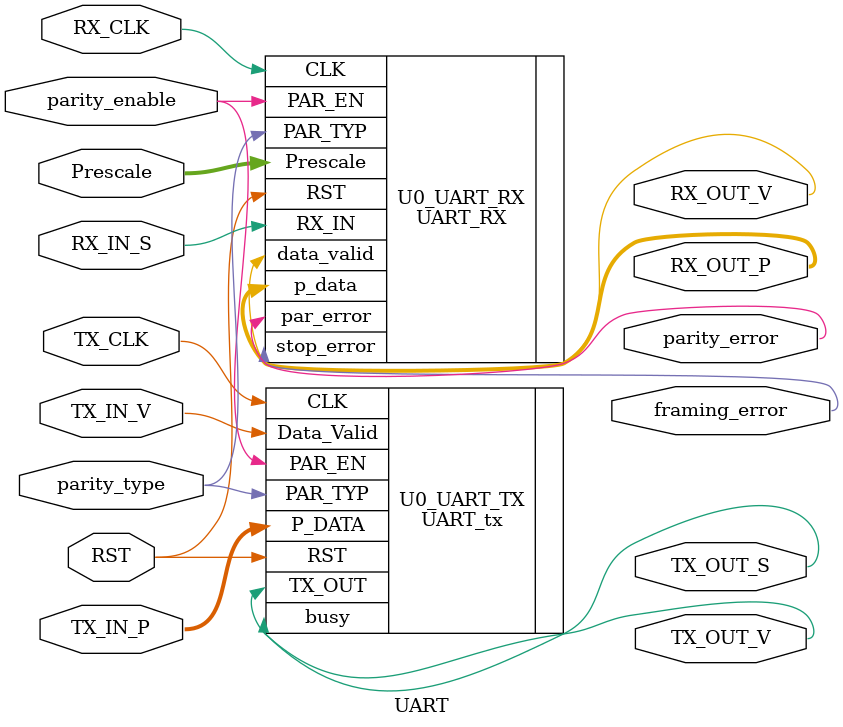
<source format=v>

module UART 

(
 input   wire                          RST,
 input   wire                          TX_CLK,
 input   wire                          RX_CLK,
 input   wire                          RX_IN_S,
 output  wire   [7:0]       RX_OUT_P, 
 output  wire                          RX_OUT_V,
 input   wire   [7:0]       TX_IN_P, 
 input   wire                          TX_IN_V, 
 output  wire                          TX_OUT_S,
 output  wire                          TX_OUT_V,  
 input   wire   [4:0]                  Prescale, 
 input   wire                          parity_enable,
 input   wire                          parity_type,
 output  wire                          parity_error,
 output  wire                          framing_error
);


UART_tx  U0_UART_TX (
.CLK(TX_CLK),
.RST(RST),
.P_DATA(TX_IN_P),
.Data_Valid(TX_IN_V),
.PAR_EN(parity_enable),
.PAR_TYP(parity_type), 
.TX_OUT(TX_OUT_S),
.busy(TX_OUT_V)
);
 
 
UART_RX U0_UART_RX (
.CLK(RX_CLK),
.RST(RST),
.RX_IN(RX_IN_S),
.Prescale(Prescale),
.PAR_EN(parity_enable),
.PAR_TYP(parity_type),
.p_data(RX_OUT_P), 
.data_valid(RX_OUT_V),
.par_error(parity_error),
.stop_error(framing_error)
);
 



endmodule
 

</source>
